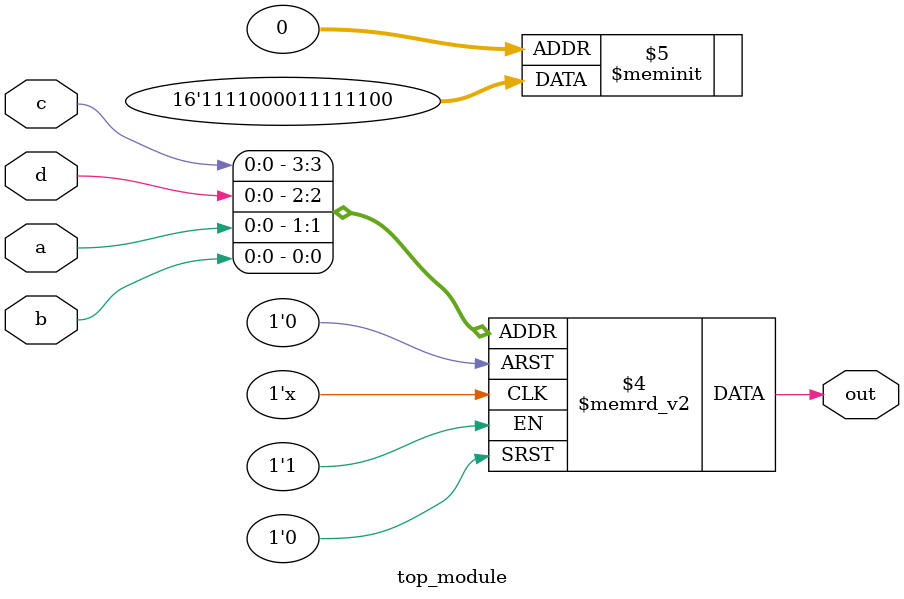
<source format=sv>
module top_module (
    input a, 
    input b,
    input c,
    input d,
    output reg out
);

always @(*) begin
    case ({c, d, a, b})
        4'b0011: out = 1;  // cd = 00, ab = 11, value = 1
        4'b0010: out = 1;  // cd = 00, ab = 10, value = 1
        4'b0011: out = 1;  // cd = 00, ab = 11, value = 1
        4'b0000: out = 0;  // cd = 00, ab = 00, value = 0
        4'b0001: out = 0;  // cd = 00, ab = 01, value = 0
        4'b0110: out = 1;  // cd = 11, ab = 10, value = 1
        4'b0111: out = 1;  // cd = 11, ab = 11, value = 1
        4'b0101: out = 1;  // cd = 11, ab = 01, value = 1
        4'b0100: out = 1;  // cd = 11, ab = 00, value = 1
        4'b1110: out = 1;  // cd = 10, ab = 10, value = 1
        4'b1111: out = 1;  // cd = 10, ab = 11, value = 1
        4'b1101: out = 1;  // cd = 10, ab = 01, value = 1
        4'b1100: out = 1;  // cd = 10, ab = 00, value = 1
        4'b1000: out = 0;  // cd = 01, ab = 00, value = 0
        4'b1010: out = 0;  // cd = 01, ab = 10, value = 0
        default: out = 0;  // For all the don't-care conditions and any other inputs
    endcase
end

endmodule

</source>
